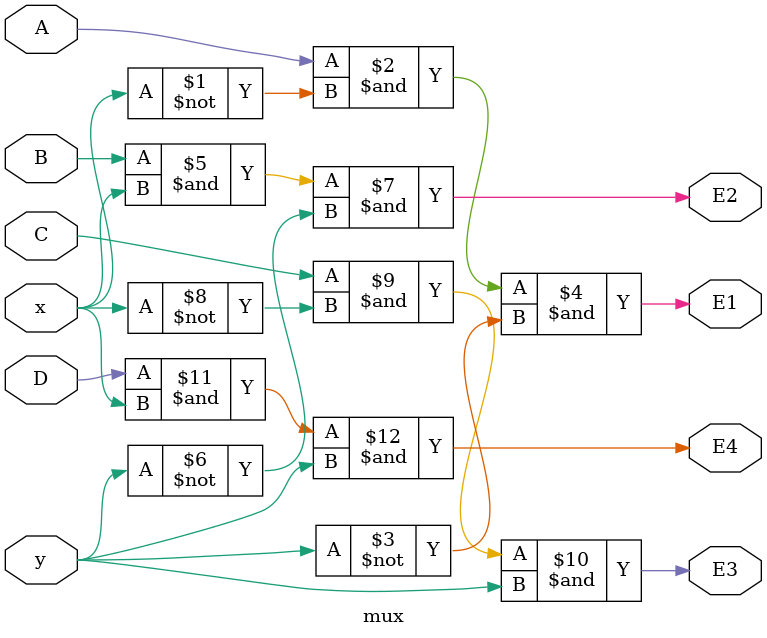
<source format=v>
`timescale 1ns / 1ps

module mux(
    input x,
    input y,
    input A,
    input B,
    input C,
    input D,
    output E1,
    output E2,
    output E3,
    output E4    
    );

assign E1 = (A&(~x)&(~y));
assign E2 = (B&x&(~y));
assign E3 = (C&(~x)&y);
assign E4 = (D&x&y);

endmodule
</source>
